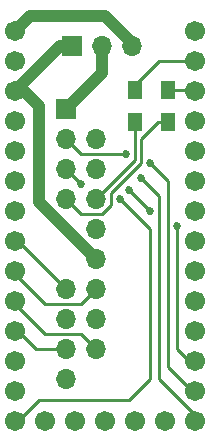
<source format=gbr>
G04 #@! TF.FileFunction,Copper,L1,Top,Signal*
%FSLAX46Y46*%
G04 Gerber Fmt 4.6, Leading zero omitted, Abs format (unit mm)*
G04 Created by KiCad (PCBNEW 4.0.6-e0-6349~53~ubuntu14.04.1) date Sun Jun  4 18:24:11 2017*
%MOMM*%
%LPD*%
G01*
G04 APERTURE LIST*
%ADD10C,0.100000*%
%ADD11R,1.700000X1.700000*%
%ADD12O,1.700000X1.700000*%
%ADD13R,1.300000X1.500000*%
%ADD14C,1.701800*%
%ADD15C,0.685800*%
%ADD16C,1.016000*%
%ADD17C,0.254000*%
G04 APERTURE END LIST*
D10*
D11*
X141224000Y-71120000D03*
D12*
X143764000Y-71120000D03*
X146304000Y-71120000D03*
D13*
X149352000Y-77550000D03*
X149352000Y-74850000D03*
X146558000Y-74850000D03*
X146558000Y-77550000D03*
D11*
X140716000Y-76454000D03*
D12*
X140716000Y-78994000D03*
X143256000Y-78994000D03*
X140716000Y-81534000D03*
X143256000Y-81534000D03*
X140716000Y-84074000D03*
X143256000Y-84074000D03*
X143256000Y-86614000D03*
X143256000Y-89154000D03*
X140716000Y-91694000D03*
X143256000Y-91694000D03*
X140716000Y-94234000D03*
X143256000Y-94234000D03*
X140716000Y-96774000D03*
X143256000Y-96774000D03*
X140716000Y-99314000D03*
D14*
X151638000Y-72390000D03*
X151638000Y-74930000D03*
X151638000Y-77470000D03*
X151638000Y-80010000D03*
X151638000Y-82550000D03*
X151638000Y-85090000D03*
X151638000Y-87630000D03*
X151638000Y-90170000D03*
X151638000Y-92710000D03*
X151638000Y-95250000D03*
X151638000Y-97790000D03*
X151638000Y-100330000D03*
X151638000Y-102870000D03*
X136398000Y-102870000D03*
X136398000Y-100330000D03*
X136398000Y-97790000D03*
X136398000Y-95250000D03*
X136398000Y-92710000D03*
X136398000Y-90170000D03*
X136398000Y-87630000D03*
X136398000Y-85090000D03*
X136398000Y-82550000D03*
X136398000Y-80010000D03*
X136398000Y-77470000D03*
X136398000Y-74930000D03*
X136398000Y-72390000D03*
X136398000Y-69850000D03*
X151638000Y-69850000D03*
X149098000Y-102870000D03*
X146558000Y-102870000D03*
X144018000Y-102870000D03*
X141478000Y-102870000D03*
X138938000Y-102870000D03*
D15*
X146050000Y-83312000D03*
X147828000Y-85090000D03*
X150114000Y-86360000D03*
X147828000Y-81026000D03*
X145796000Y-80264000D03*
X147066000Y-82296000D03*
X145288000Y-84074000D03*
X141986000Y-82804000D03*
D16*
X136398000Y-74930000D02*
X137160000Y-74930000D01*
X137160000Y-74930000D02*
X138430000Y-76200000D01*
X138430000Y-84328000D02*
X143256000Y-89154000D01*
X138430000Y-76200000D02*
X138430000Y-84328000D01*
X141224000Y-71120000D02*
X140208000Y-71120000D01*
X140208000Y-71120000D02*
X136398000Y-74930000D01*
X143764000Y-71120000D02*
X143764000Y-73406000D01*
X143764000Y-73406000D02*
X140716000Y-76454000D01*
X136398000Y-69850000D02*
X137668000Y-68580000D01*
X144018000Y-68580000D02*
X146304000Y-70866000D01*
X137668000Y-68580000D02*
X144018000Y-68580000D01*
X146304000Y-70866000D02*
X146304000Y-71120000D01*
D17*
X149352000Y-77550000D02*
X148510000Y-77550000D01*
X141986000Y-85344000D02*
X140716000Y-84074000D01*
X143764000Y-85344000D02*
X141986000Y-85344000D01*
X144526000Y-84582000D02*
X143764000Y-85344000D01*
X144526000Y-83566000D02*
X144526000Y-84582000D01*
X147066000Y-81026000D02*
X144526000Y-83566000D01*
X147066000Y-78994000D02*
X147066000Y-81026000D01*
X148510000Y-77550000D02*
X147066000Y-78994000D01*
X149352000Y-74850000D02*
X151558000Y-74850000D01*
X151558000Y-74850000D02*
X151638000Y-74930000D01*
X146558000Y-74850000D02*
X146558000Y-74422000D01*
X146558000Y-74422000D02*
X148590000Y-72390000D01*
X148590000Y-72390000D02*
X151638000Y-72390000D01*
X146558000Y-77550000D02*
X146558000Y-80772000D01*
X146558000Y-80772000D02*
X143256000Y-84074000D01*
X151638000Y-97790000D02*
X151130000Y-97790000D01*
X151130000Y-97790000D02*
X150114000Y-96774000D01*
X147828000Y-85090000D02*
X146050000Y-83312000D01*
X150114000Y-96774000D02*
X150114000Y-86360000D01*
X151638000Y-97790000D02*
X151638000Y-97536000D01*
X151638000Y-100330000D02*
X151384000Y-100330000D01*
X151384000Y-100330000D02*
X149352000Y-98298000D01*
X149352000Y-98298000D02*
X149352000Y-82550000D01*
X149352000Y-82550000D02*
X147828000Y-81026000D01*
X145796000Y-80264000D02*
X141986000Y-80264000D01*
X141986000Y-80264000D02*
X140716000Y-78994000D01*
X151638000Y-102870000D02*
X151638000Y-102362000D01*
X151638000Y-102362000D02*
X148590000Y-99314000D01*
X148590000Y-99314000D02*
X148590000Y-83820000D01*
X148590000Y-83820000D02*
X147066000Y-82296000D01*
X136398000Y-102870000D02*
X136652000Y-102870000D01*
X136652000Y-102870000D02*
X138430000Y-101092000D01*
X138430000Y-101092000D02*
X146050000Y-101092000D01*
X146050000Y-101092000D02*
X147828000Y-99314000D01*
X147828000Y-99314000D02*
X147828000Y-86614000D01*
X147828000Y-86614000D02*
X145288000Y-84074000D01*
X141986000Y-82804000D02*
X140716000Y-81534000D01*
X136398000Y-95250000D02*
X136652000Y-95250000D01*
X136652000Y-95250000D02*
X138176000Y-96774000D01*
X138176000Y-96774000D02*
X140716000Y-96774000D01*
X136398000Y-92710000D02*
X136398000Y-92964000D01*
X136398000Y-92964000D02*
X138938000Y-95504000D01*
X138938000Y-95504000D02*
X141986000Y-95504000D01*
X141986000Y-95504000D02*
X143256000Y-96774000D01*
X136398000Y-90170000D02*
X136398000Y-90424000D01*
X136398000Y-90424000D02*
X138938000Y-92964000D01*
X138938000Y-92964000D02*
X141986000Y-92964000D01*
X141986000Y-92964000D02*
X143256000Y-91694000D01*
X136398000Y-87630000D02*
X136652000Y-87630000D01*
X136652000Y-87630000D02*
X140716000Y-91694000D01*
M02*

</source>
